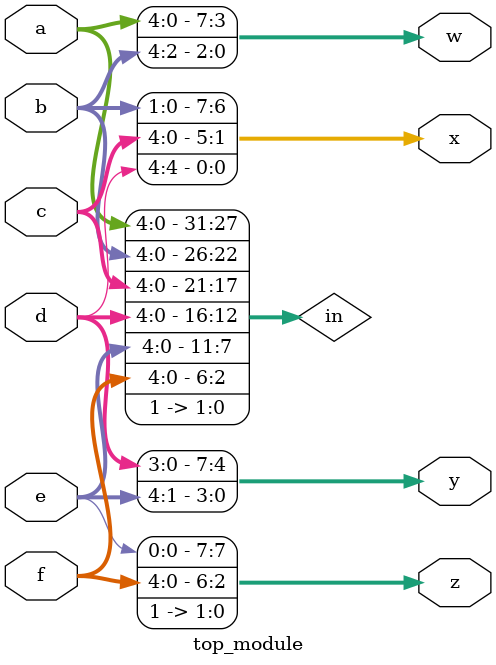
<source format=v>
module top_module (
    input [4:0] a, b, c, d, e, f,
    output [7:0] w, x, y, z );
    
    wire [31:0]in;
    
    assign in={a,b,c,d,e,f,2'b11};
    assign w=in[31:24];
    assign x=in[23:16];
    assign y=in[15:8];
    assign z=in[7:0];
    
endmodule

</source>
